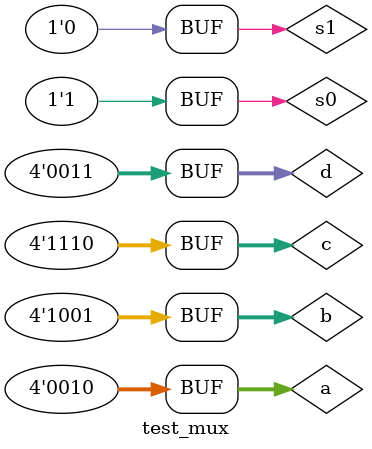
<source format=v>

`include "4x1_mux.v"

module test_mux;
 
  reg [3:0] a = 4'b0010; 
  reg [3:0] b = 4'b1001;
  reg [3:0] c = 4'b1110;
  reg [3:0] d = 4'b0011;
  
  reg s0=0, s1=0;
  
  wire [3:0] out;
  
  
  mux_4x1 mux_test (
    .a(a),
    .b(b),
    .c(c), 
    .d(d), 
    .s0(s0),
    .s1(s1),
    .out(out)
  );
 
  
  initial
    begin
      
      $dumpfile("dump.vcd"); 
      $dumpvars(1, a, b, c, d, s0, s1, out);
      
      s0 = 1'b0;
      s1 = 1'b1;
      #5;
      
      s0 = 1'b1;
      s1 = 1'b1;
      #5;
      
      s0 = 1'b0;
      s1 = 1'b0;
      #5;
      
      s0 = 1'b1;
      s1 = 1'b0;
      #5;
    end 
 
endmodule // half_adder_tb

</source>
